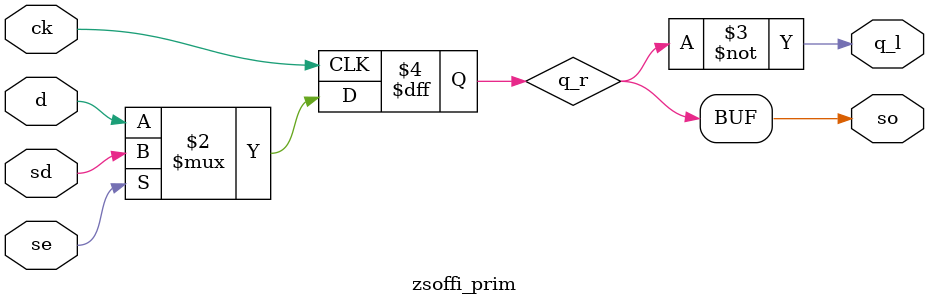
<source format=v>
module zsoffi_prim (q_l, so, ck, d, se, sd);
output q_l, so;
input  ck, d, se, sd;
reg    q_r;
  always @ (posedge ck)
      q_r <= se ? sd : d;
  assign q_l = ~q_r;
  assign so  = q_r;
endmodule
</source>
